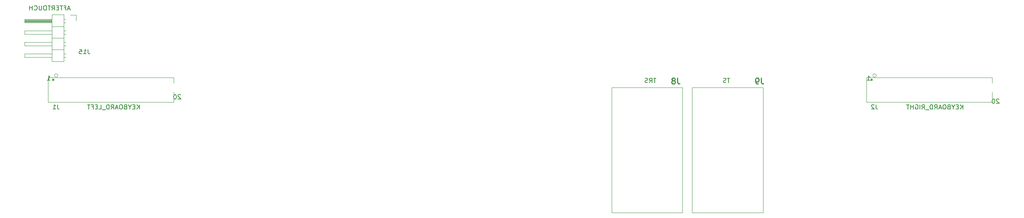
<source format=gbr>
%TF.GenerationSoftware,KiCad,Pcbnew,(6.0.5-0)*%
%TF.CreationDate,2022-06-25T13:19:04+02:00*%
%TF.ProjectId,hoatzin,686f6174-7a69-46e2-9e6b-696361645f70,rev?*%
%TF.SameCoordinates,Original*%
%TF.FileFunction,Legend,Bot*%
%TF.FilePolarity,Positive*%
%FSLAX46Y46*%
G04 Gerber Fmt 4.6, Leading zero omitted, Abs format (unit mm)*
G04 Created by KiCad (PCBNEW (6.0.5-0)) date 2022-06-25 13:19:04*
%MOMM*%
%LPD*%
G01*
G04 APERTURE LIST*
%ADD10C,0.150000*%
%ADD11C,0.254000*%
%ADD12C,0.120000*%
%ADD13C,0.100000*%
G04 APERTURE END LIST*
D10*
X58347857Y-94432380D02*
X58347857Y-93432380D01*
X57776428Y-94432380D02*
X58205000Y-93860952D01*
X57776428Y-93432380D02*
X58347857Y-94003809D01*
X57347857Y-93908571D02*
X57014523Y-93908571D01*
X56871666Y-94432380D02*
X57347857Y-94432380D01*
X57347857Y-93432380D01*
X56871666Y-93432380D01*
X56252619Y-93956190D02*
X56252619Y-94432380D01*
X56585952Y-93432380D02*
X56252619Y-93956190D01*
X55919285Y-93432380D01*
X55252619Y-93908571D02*
X55109761Y-93956190D01*
X55062142Y-94003809D01*
X55014523Y-94099047D01*
X55014523Y-94241904D01*
X55062142Y-94337142D01*
X55109761Y-94384761D01*
X55205000Y-94432380D01*
X55585952Y-94432380D01*
X55585952Y-93432380D01*
X55252619Y-93432380D01*
X55157380Y-93480000D01*
X55109761Y-93527619D01*
X55062142Y-93622857D01*
X55062142Y-93718095D01*
X55109761Y-93813333D01*
X55157380Y-93860952D01*
X55252619Y-93908571D01*
X55585952Y-93908571D01*
X54395476Y-93432380D02*
X54205000Y-93432380D01*
X54109761Y-93480000D01*
X54014523Y-93575238D01*
X53966904Y-93765714D01*
X53966904Y-94099047D01*
X54014523Y-94289523D01*
X54109761Y-94384761D01*
X54205000Y-94432380D01*
X54395476Y-94432380D01*
X54490714Y-94384761D01*
X54585952Y-94289523D01*
X54633571Y-94099047D01*
X54633571Y-93765714D01*
X54585952Y-93575238D01*
X54490714Y-93480000D01*
X54395476Y-93432380D01*
X53585952Y-94146666D02*
X53109761Y-94146666D01*
X53681190Y-94432380D02*
X53347857Y-93432380D01*
X53014523Y-94432380D01*
X52109761Y-94432380D02*
X52443095Y-93956190D01*
X52681190Y-94432380D02*
X52681190Y-93432380D01*
X52300238Y-93432380D01*
X52205000Y-93480000D01*
X52157380Y-93527619D01*
X52109761Y-93622857D01*
X52109761Y-93765714D01*
X52157380Y-93860952D01*
X52205000Y-93908571D01*
X52300238Y-93956190D01*
X52681190Y-93956190D01*
X51681190Y-94432380D02*
X51681190Y-93432380D01*
X51443095Y-93432380D01*
X51300238Y-93480000D01*
X51205000Y-93575238D01*
X51157380Y-93670476D01*
X51109761Y-93860952D01*
X51109761Y-94003809D01*
X51157380Y-94194285D01*
X51205000Y-94289523D01*
X51300238Y-94384761D01*
X51443095Y-94432380D01*
X51681190Y-94432380D01*
X50919285Y-94527619D02*
X50157380Y-94527619D01*
X49443095Y-94432380D02*
X49919285Y-94432380D01*
X49919285Y-93432380D01*
X49109761Y-93908571D02*
X48776428Y-93908571D01*
X48633571Y-94432380D02*
X49109761Y-94432380D01*
X49109761Y-93432380D01*
X48633571Y-93432380D01*
X47871666Y-93908571D02*
X48205000Y-93908571D01*
X48205000Y-94432380D02*
X48205000Y-93432380D01*
X47728809Y-93432380D01*
X47490714Y-93432380D02*
X46919285Y-93432380D01*
X47205000Y-94432380D02*
X47205000Y-93432380D01*
X172203904Y-87590380D02*
X171632476Y-87590380D01*
X171918190Y-88590380D02*
X171918190Y-87590380D01*
X170727714Y-88590380D02*
X171061047Y-88114190D01*
X171299142Y-88590380D02*
X171299142Y-87590380D01*
X170918190Y-87590380D01*
X170822952Y-87638000D01*
X170775333Y-87685619D01*
X170727714Y-87780857D01*
X170727714Y-87923714D01*
X170775333Y-88018952D01*
X170822952Y-88066571D01*
X170918190Y-88114190D01*
X171299142Y-88114190D01*
X170346761Y-88542761D02*
X170203904Y-88590380D01*
X169965809Y-88590380D01*
X169870571Y-88542761D01*
X169822952Y-88495142D01*
X169775333Y-88399904D01*
X169775333Y-88304666D01*
X169822952Y-88209428D01*
X169870571Y-88161809D01*
X169965809Y-88114190D01*
X170156285Y-88066571D01*
X170251523Y-88018952D01*
X170299142Y-87971333D01*
X170346761Y-87876095D01*
X170346761Y-87780857D01*
X170299142Y-87685619D01*
X170251523Y-87638000D01*
X170156285Y-87590380D01*
X169918190Y-87590380D01*
X169775333Y-87638000D01*
X43060380Y-72302666D02*
X42584190Y-72302666D01*
X43155619Y-72588380D02*
X42822285Y-71588380D01*
X42488952Y-72588380D01*
X41822285Y-72064571D02*
X42155619Y-72064571D01*
X42155619Y-72588380D02*
X42155619Y-71588380D01*
X41679428Y-71588380D01*
X41441333Y-71588380D02*
X40869904Y-71588380D01*
X41155619Y-72588380D02*
X41155619Y-71588380D01*
X40536571Y-72064571D02*
X40203238Y-72064571D01*
X40060380Y-72588380D02*
X40536571Y-72588380D01*
X40536571Y-71588380D01*
X40060380Y-71588380D01*
X39060380Y-72588380D02*
X39393714Y-72112190D01*
X39631809Y-72588380D02*
X39631809Y-71588380D01*
X39250857Y-71588380D01*
X39155619Y-71636000D01*
X39108000Y-71683619D01*
X39060380Y-71778857D01*
X39060380Y-71921714D01*
X39108000Y-72016952D01*
X39155619Y-72064571D01*
X39250857Y-72112190D01*
X39631809Y-72112190D01*
X38774666Y-71588380D02*
X38203238Y-71588380D01*
X38488952Y-72588380D02*
X38488952Y-71588380D01*
X37679428Y-71588380D02*
X37488952Y-71588380D01*
X37393714Y-71636000D01*
X37298476Y-71731238D01*
X37250857Y-71921714D01*
X37250857Y-72255047D01*
X37298476Y-72445523D01*
X37393714Y-72540761D01*
X37488952Y-72588380D01*
X37679428Y-72588380D01*
X37774666Y-72540761D01*
X37869904Y-72445523D01*
X37917523Y-72255047D01*
X37917523Y-71921714D01*
X37869904Y-71731238D01*
X37774666Y-71636000D01*
X37679428Y-71588380D01*
X36822285Y-71588380D02*
X36822285Y-72397904D01*
X36774666Y-72493142D01*
X36727047Y-72540761D01*
X36631809Y-72588380D01*
X36441333Y-72588380D01*
X36346095Y-72540761D01*
X36298476Y-72493142D01*
X36250857Y-72397904D01*
X36250857Y-71588380D01*
X35203238Y-72493142D02*
X35250857Y-72540761D01*
X35393714Y-72588380D01*
X35488952Y-72588380D01*
X35631809Y-72540761D01*
X35727047Y-72445523D01*
X35774666Y-72350285D01*
X35822285Y-72159809D01*
X35822285Y-72016952D01*
X35774666Y-71826476D01*
X35727047Y-71731238D01*
X35631809Y-71636000D01*
X35488952Y-71588380D01*
X35393714Y-71588380D01*
X35250857Y-71636000D01*
X35203238Y-71683619D01*
X34774666Y-72588380D02*
X34774666Y-71588380D01*
X34774666Y-72064571D02*
X34203238Y-72064571D01*
X34203238Y-72588380D02*
X34203238Y-71588380D01*
X239799047Y-94432380D02*
X239799047Y-93432380D01*
X239227619Y-94432380D02*
X239656190Y-93860952D01*
X239227619Y-93432380D02*
X239799047Y-94003809D01*
X238799047Y-93908571D02*
X238465714Y-93908571D01*
X238322857Y-94432380D02*
X238799047Y-94432380D01*
X238799047Y-93432380D01*
X238322857Y-93432380D01*
X237703809Y-93956190D02*
X237703809Y-94432380D01*
X238037142Y-93432380D02*
X237703809Y-93956190D01*
X237370476Y-93432380D01*
X236703809Y-93908571D02*
X236560952Y-93956190D01*
X236513333Y-94003809D01*
X236465714Y-94099047D01*
X236465714Y-94241904D01*
X236513333Y-94337142D01*
X236560952Y-94384761D01*
X236656190Y-94432380D01*
X237037142Y-94432380D01*
X237037142Y-93432380D01*
X236703809Y-93432380D01*
X236608571Y-93480000D01*
X236560952Y-93527619D01*
X236513333Y-93622857D01*
X236513333Y-93718095D01*
X236560952Y-93813333D01*
X236608571Y-93860952D01*
X236703809Y-93908571D01*
X237037142Y-93908571D01*
X235846666Y-93432380D02*
X235656190Y-93432380D01*
X235560952Y-93480000D01*
X235465714Y-93575238D01*
X235418095Y-93765714D01*
X235418095Y-94099047D01*
X235465714Y-94289523D01*
X235560952Y-94384761D01*
X235656190Y-94432380D01*
X235846666Y-94432380D01*
X235941904Y-94384761D01*
X236037142Y-94289523D01*
X236084761Y-94099047D01*
X236084761Y-93765714D01*
X236037142Y-93575238D01*
X235941904Y-93480000D01*
X235846666Y-93432380D01*
X235037142Y-94146666D02*
X234560952Y-94146666D01*
X235132380Y-94432380D02*
X234799047Y-93432380D01*
X234465714Y-94432380D01*
X233560952Y-94432380D02*
X233894285Y-93956190D01*
X234132380Y-94432380D02*
X234132380Y-93432380D01*
X233751428Y-93432380D01*
X233656190Y-93480000D01*
X233608571Y-93527619D01*
X233560952Y-93622857D01*
X233560952Y-93765714D01*
X233608571Y-93860952D01*
X233656190Y-93908571D01*
X233751428Y-93956190D01*
X234132380Y-93956190D01*
X233132380Y-94432380D02*
X233132380Y-93432380D01*
X232894285Y-93432380D01*
X232751428Y-93480000D01*
X232656190Y-93575238D01*
X232608571Y-93670476D01*
X232560952Y-93860952D01*
X232560952Y-94003809D01*
X232608571Y-94194285D01*
X232656190Y-94289523D01*
X232751428Y-94384761D01*
X232894285Y-94432380D01*
X233132380Y-94432380D01*
X232370476Y-94527619D02*
X231608571Y-94527619D01*
X230799047Y-94432380D02*
X231132380Y-93956190D01*
X231370476Y-94432380D02*
X231370476Y-93432380D01*
X230989523Y-93432380D01*
X230894285Y-93480000D01*
X230846666Y-93527619D01*
X230799047Y-93622857D01*
X230799047Y-93765714D01*
X230846666Y-93860952D01*
X230894285Y-93908571D01*
X230989523Y-93956190D01*
X231370476Y-93956190D01*
X230370476Y-94432380D02*
X230370476Y-93432380D01*
X229370476Y-93480000D02*
X229465714Y-93432380D01*
X229608571Y-93432380D01*
X229751428Y-93480000D01*
X229846666Y-93575238D01*
X229894285Y-93670476D01*
X229941904Y-93860952D01*
X229941904Y-94003809D01*
X229894285Y-94194285D01*
X229846666Y-94289523D01*
X229751428Y-94384761D01*
X229608571Y-94432380D01*
X229513333Y-94432380D01*
X229370476Y-94384761D01*
X229322857Y-94337142D01*
X229322857Y-94003809D01*
X229513333Y-94003809D01*
X228894285Y-94432380D02*
X228894285Y-93432380D01*
X228894285Y-93908571D02*
X228322857Y-93908571D01*
X228322857Y-94432380D02*
X228322857Y-93432380D01*
X227989523Y-93432380D02*
X227418095Y-93432380D01*
X227703809Y-94432380D02*
X227703809Y-93432380D01*
X188467904Y-87590380D02*
X187896476Y-87590380D01*
X188182190Y-88590380D02*
X188182190Y-87590380D01*
X187610761Y-88542761D02*
X187467904Y-88590380D01*
X187229809Y-88590380D01*
X187134571Y-88542761D01*
X187086952Y-88495142D01*
X187039333Y-88399904D01*
X187039333Y-88304666D01*
X187086952Y-88209428D01*
X187134571Y-88161809D01*
X187229809Y-88114190D01*
X187420285Y-88066571D01*
X187515523Y-88018952D01*
X187563142Y-87971333D01*
X187610761Y-87876095D01*
X187610761Y-87780857D01*
X187563142Y-87685619D01*
X187515523Y-87638000D01*
X187420285Y-87590380D01*
X187182190Y-87590380D01*
X187039333Y-87638000D01*
%TO.C,J2*%
X220678333Y-93432380D02*
X220678333Y-94146666D01*
X220725952Y-94289523D01*
X220821190Y-94384761D01*
X220964047Y-94432380D01*
X221059285Y-94432380D01*
X220249761Y-93527619D02*
X220202142Y-93480000D01*
X220106904Y-93432380D01*
X219868809Y-93432380D01*
X219773571Y-93480000D01*
X219725952Y-93527619D01*
X219678333Y-93622857D01*
X219678333Y-93718095D01*
X219725952Y-93860952D01*
X220297380Y-94432380D01*
X219678333Y-94432380D01*
X218738485Y-88082380D02*
X219309914Y-88082380D01*
X219024200Y-88082380D02*
X219024200Y-87082380D01*
X219119438Y-87225238D01*
X219214676Y-87320476D01*
X219309914Y-87368095D01*
X247776904Y-92257619D02*
X247729285Y-92210000D01*
X247634047Y-92162380D01*
X247395952Y-92162380D01*
X247300714Y-92210000D01*
X247253095Y-92257619D01*
X247205476Y-92352857D01*
X247205476Y-92448095D01*
X247253095Y-92590952D01*
X247824523Y-93162380D01*
X247205476Y-93162380D01*
X246586428Y-92162380D02*
X246491190Y-92162380D01*
X246395952Y-92210000D01*
X246348333Y-92257619D01*
X246300714Y-92352857D01*
X246253095Y-92543333D01*
X246253095Y-92781428D01*
X246300714Y-92971904D01*
X246348333Y-93067142D01*
X246395952Y-93114761D01*
X246491190Y-93162380D01*
X246586428Y-93162380D01*
X246681666Y-93114761D01*
X246729285Y-93067142D01*
X246776904Y-92971904D01*
X246824523Y-92781428D01*
X246824523Y-92543333D01*
X246776904Y-92352857D01*
X246729285Y-92257619D01*
X246681666Y-92210000D01*
X246586428Y-92162380D01*
X247776904Y-92257619D02*
X247729285Y-92210000D01*
X247634047Y-92162380D01*
X247395952Y-92162380D01*
X247300714Y-92210000D01*
X247253095Y-92257619D01*
X247205476Y-92352857D01*
X247205476Y-92448095D01*
X247253095Y-92590952D01*
X247824523Y-93162380D01*
X247205476Y-93162380D01*
X246586428Y-92162380D02*
X246491190Y-92162380D01*
X246395952Y-92210000D01*
X246348333Y-92257619D01*
X246300714Y-92352857D01*
X246253095Y-92543333D01*
X246253095Y-92781428D01*
X246300714Y-92971904D01*
X246348333Y-93067142D01*
X246395952Y-93114761D01*
X246491190Y-93162380D01*
X246586428Y-93162380D01*
X246681666Y-93114761D01*
X246729285Y-93067142D01*
X246776904Y-92971904D01*
X246824523Y-92781428D01*
X246824523Y-92543333D01*
X246776904Y-92352857D01*
X246729285Y-92257619D01*
X246681666Y-92210000D01*
X246586428Y-92162380D01*
X218738485Y-88082380D02*
X219309914Y-88082380D01*
X219024200Y-88082380D02*
X219024200Y-87082380D01*
X219119438Y-87225238D01*
X219214676Y-87320476D01*
X219309914Y-87368095D01*
X219710000Y-87717380D02*
X219710000Y-87955476D01*
X219948095Y-87860238D02*
X219710000Y-87955476D01*
X219471904Y-87860238D01*
X219852857Y-88145952D02*
X219710000Y-87955476D01*
X219567142Y-88145952D01*
D11*
%TO.C,J9*%
X195368333Y-87569523D02*
X195368333Y-88476666D01*
X195428809Y-88658095D01*
X195549761Y-88779047D01*
X195731190Y-88839523D01*
X195852142Y-88839523D01*
X194703095Y-88839523D02*
X194461190Y-88839523D01*
X194340238Y-88779047D01*
X194279761Y-88718571D01*
X194158809Y-88537142D01*
X194098333Y-88295238D01*
X194098333Y-87811428D01*
X194158809Y-87690476D01*
X194219285Y-87630000D01*
X194340238Y-87569523D01*
X194582142Y-87569523D01*
X194703095Y-87630000D01*
X194763571Y-87690476D01*
X194824047Y-87811428D01*
X194824047Y-88113809D01*
X194763571Y-88234761D01*
X194703095Y-88295238D01*
X194582142Y-88355714D01*
X194340238Y-88355714D01*
X194219285Y-88295238D01*
X194158809Y-88234761D01*
X194098333Y-88113809D01*
%TO.C,J8*%
X176953333Y-87569523D02*
X176953333Y-88476666D01*
X177013809Y-88658095D01*
X177134761Y-88779047D01*
X177316190Y-88839523D01*
X177437142Y-88839523D01*
X176167142Y-88113809D02*
X176288095Y-88053333D01*
X176348571Y-87992857D01*
X176409047Y-87871904D01*
X176409047Y-87811428D01*
X176348571Y-87690476D01*
X176288095Y-87630000D01*
X176167142Y-87569523D01*
X175925238Y-87569523D01*
X175804285Y-87630000D01*
X175743809Y-87690476D01*
X175683333Y-87811428D01*
X175683333Y-87871904D01*
X175743809Y-87992857D01*
X175804285Y-88053333D01*
X175925238Y-88113809D01*
X176167142Y-88113809D01*
X176288095Y-88174285D01*
X176348571Y-88234761D01*
X176409047Y-88355714D01*
X176409047Y-88597619D01*
X176348571Y-88718571D01*
X176288095Y-88779047D01*
X176167142Y-88839523D01*
X175925238Y-88839523D01*
X175804285Y-88779047D01*
X175743809Y-88718571D01*
X175683333Y-88597619D01*
X175683333Y-88355714D01*
X175743809Y-88234761D01*
X175804285Y-88174285D01*
X175925238Y-88113809D01*
D10*
%TO.C,J15*%
X47037523Y-81240380D02*
X47037523Y-81954666D01*
X47085142Y-82097523D01*
X47180380Y-82192761D01*
X47323238Y-82240380D01*
X47418476Y-82240380D01*
X46037523Y-82240380D02*
X46608952Y-82240380D01*
X46323238Y-82240380D02*
X46323238Y-81240380D01*
X46418476Y-81383238D01*
X46513714Y-81478476D01*
X46608952Y-81526095D01*
X45132761Y-81240380D02*
X45608952Y-81240380D01*
X45656571Y-81716571D01*
X45608952Y-81668952D01*
X45513714Y-81621333D01*
X45275619Y-81621333D01*
X45180380Y-81668952D01*
X45132761Y-81716571D01*
X45085142Y-81811809D01*
X45085142Y-82049904D01*
X45132761Y-82145142D01*
X45180380Y-82192761D01*
X45275619Y-82240380D01*
X45513714Y-82240380D01*
X45608952Y-82192761D01*
X45656571Y-82145142D01*
%TO.C,J1*%
X40338333Y-93432380D02*
X40338333Y-94146666D01*
X40385952Y-94289523D01*
X40481190Y-94384761D01*
X40624047Y-94432380D01*
X40719285Y-94432380D01*
X39338333Y-94432380D02*
X39909761Y-94432380D01*
X39624047Y-94432380D02*
X39624047Y-93432380D01*
X39719285Y-93575238D01*
X39814523Y-93670476D01*
X39909761Y-93718095D01*
X38080985Y-88056980D02*
X38652414Y-88056980D01*
X38366700Y-88056980D02*
X38366700Y-87056980D01*
X38461938Y-87199838D01*
X38557176Y-87295076D01*
X38652414Y-87342695D01*
X38080985Y-88056980D02*
X38652414Y-88056980D01*
X38366700Y-88056980D02*
X38366700Y-87056980D01*
X38461938Y-87199838D01*
X38557176Y-87295076D01*
X38652414Y-87342695D01*
X67436904Y-91299882D02*
X67389285Y-91252263D01*
X67294047Y-91204643D01*
X67055952Y-91204643D01*
X66960714Y-91252263D01*
X66913095Y-91299882D01*
X66865476Y-91395120D01*
X66865476Y-91490358D01*
X66913095Y-91633215D01*
X67484523Y-92204643D01*
X66865476Y-92204643D01*
X66246428Y-91204643D02*
X66151190Y-91204643D01*
X66055952Y-91252263D01*
X66008333Y-91299882D01*
X65960714Y-91395120D01*
X65913095Y-91585596D01*
X65913095Y-91823691D01*
X65960714Y-92014167D01*
X66008333Y-92109405D01*
X66055952Y-92157024D01*
X66151190Y-92204643D01*
X66246428Y-92204643D01*
X66341666Y-92157024D01*
X66389285Y-92109405D01*
X66436904Y-92014167D01*
X66484523Y-91823691D01*
X66484523Y-91585596D01*
X66436904Y-91395120D01*
X66389285Y-91299882D01*
X66341666Y-91252263D01*
X66246428Y-91204643D01*
X67436904Y-91299882D02*
X67389285Y-91252263D01*
X67294047Y-91204643D01*
X67055952Y-91204643D01*
X66960714Y-91252263D01*
X66913095Y-91299882D01*
X66865476Y-91395120D01*
X66865476Y-91490358D01*
X66913095Y-91633215D01*
X67484523Y-92204643D01*
X66865476Y-92204643D01*
X66246428Y-91204643D02*
X66151190Y-91204643D01*
X66055952Y-91252263D01*
X66008333Y-91299882D01*
X65960714Y-91395120D01*
X65913095Y-91585596D01*
X65913095Y-91823691D01*
X65960714Y-92014167D01*
X66008333Y-92109405D01*
X66055952Y-92157024D01*
X66151190Y-92204643D01*
X66246428Y-92204643D01*
X66341666Y-92157024D01*
X66389285Y-92109405D01*
X66436904Y-92014167D01*
X66484523Y-91823691D01*
X66484523Y-91585596D01*
X66436904Y-91395120D01*
X66389285Y-91299882D01*
X66341666Y-91252263D01*
X66246428Y-91204643D01*
X39370000Y-87717380D02*
X39370000Y-87955476D01*
X39608095Y-87860238D02*
X39370000Y-87955476D01*
X39131904Y-87860238D01*
X39512857Y-88145952D02*
X39370000Y-87955476D01*
X39227142Y-88145952D01*
D12*
%TO.C,J2*%
X246240300Y-87477600D02*
X246240300Y-88605673D01*
X246240300Y-90667527D02*
X246240300Y-92837000D01*
X246240300Y-92837000D02*
X218579700Y-92837000D01*
X218579700Y-92837000D02*
X218579700Y-87477600D01*
X218579700Y-87477600D02*
X246240300Y-87477600D01*
X220726000Y-86995000D02*
G75*
G03*
X220726000Y-86995000I-381000J0D01*
G01*
D13*
%TO.C,J9*%
X180149000Y-89662000D02*
X180149000Y-117246000D01*
X180149000Y-117246000D02*
X195771000Y-117246000D01*
X195771000Y-89662000D02*
X180149000Y-89662000D01*
X195771000Y-117246000D02*
X195771000Y-89662000D01*
%TO.C,J8*%
X162429000Y-117246000D02*
X178051000Y-117246000D01*
X178051000Y-117246000D02*
X178051000Y-89662000D01*
X178051000Y-89662000D02*
X162429000Y-89662000D01*
X162429000Y-89662000D02*
X162429000Y-117246000D01*
D12*
%TO.C,J15*%
X42137071Y-82170000D02*
X41740000Y-82170000D01*
X42137071Y-79630000D02*
X41740000Y-79630000D01*
X44450000Y-74930000D02*
X44450000Y-73660000D01*
X42070000Y-74550000D02*
X41740000Y-74550000D01*
X41740000Y-78740000D02*
X39080000Y-78740000D01*
X33080000Y-79630000D02*
X33080000Y-80390000D01*
X33080000Y-75310000D02*
X39080000Y-75310000D01*
X42070000Y-75310000D02*
X41740000Y-75310000D01*
X39080000Y-74850000D02*
X33080000Y-74850000D01*
X33080000Y-82170000D02*
X33080000Y-82930000D01*
X39080000Y-77090000D02*
X33080000Y-77090000D01*
X39080000Y-74970000D02*
X33080000Y-74970000D01*
X42137071Y-80390000D02*
X41740000Y-80390000D01*
X39080000Y-73600000D02*
X41740000Y-73600000D01*
X41740000Y-81280000D02*
X39080000Y-81280000D01*
X33080000Y-82930000D02*
X39080000Y-82930000D01*
X39080000Y-83880000D02*
X39080000Y-73600000D01*
X33080000Y-74550000D02*
X33080000Y-75310000D01*
X39080000Y-75210000D02*
X33080000Y-75210000D01*
X39080000Y-74730000D02*
X33080000Y-74730000D01*
X39080000Y-82170000D02*
X33080000Y-82170000D01*
X33080000Y-77090000D02*
X33080000Y-77850000D01*
X42137071Y-82930000D02*
X41740000Y-82930000D01*
X39080000Y-74610000D02*
X33080000Y-74610000D01*
X42137071Y-77090000D02*
X41740000Y-77090000D01*
X41740000Y-83880000D02*
X39080000Y-83880000D01*
X42137071Y-77850000D02*
X41740000Y-77850000D01*
X44450000Y-73660000D02*
X43180000Y-73660000D01*
X33080000Y-80390000D02*
X39080000Y-80390000D01*
X41740000Y-76200000D02*
X39080000Y-76200000D01*
X39080000Y-75090000D02*
X33080000Y-75090000D01*
X33080000Y-77850000D02*
X39080000Y-77850000D01*
X41740000Y-73600000D02*
X41740000Y-83880000D01*
X39080000Y-74550000D02*
X33080000Y-74550000D01*
X39080000Y-79630000D02*
X33080000Y-79630000D01*
%TO.C,J1*%
X38239700Y-87477600D02*
X65900300Y-87477600D01*
X38239700Y-92837000D02*
X38239700Y-87477600D01*
X65900300Y-92837000D02*
X38239700Y-92837000D01*
X65900300Y-87477600D02*
X65900300Y-88605673D01*
X65900300Y-90667527D02*
X65900300Y-92837000D01*
X40386000Y-86995000D02*
G75*
G03*
X40386000Y-86995000I-381000J0D01*
G01*
%TD*%
M02*

</source>
